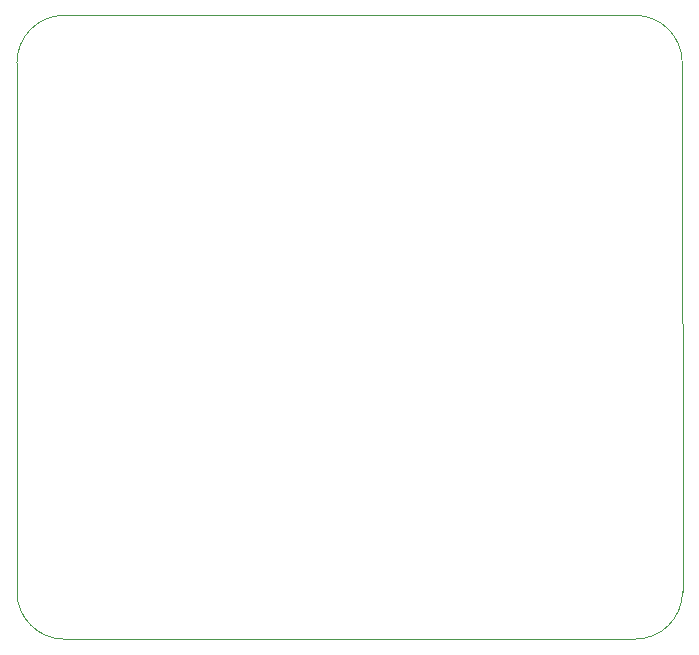
<source format=gbr>
%TF.GenerationSoftware,KiCad,Pcbnew,9.0.1*%
%TF.CreationDate,2025-11-13T19:44:27+01:00*%
%TF.ProjectId,RC thing,52432074-6869-46e6-972e-6b696361645f,rev?*%
%TF.SameCoordinates,Original*%
%TF.FileFunction,Profile,NP*%
%FSLAX46Y46*%
G04 Gerber Fmt 4.6, Leading zero omitted, Abs format (unit mm)*
G04 Created by KiCad (PCBNEW 9.0.1) date 2025-11-13 19:44:27*
%MOMM*%
%LPD*%
G01*
G04 APERTURE LIST*
%TA.AperFunction,Profile*%
%ADD10C,0.050000*%
%TD*%
G04 APERTURE END LIST*
D10*
X111875000Y-45060000D02*
G75*
G02*
X115875000Y-41060000I4000000J0D01*
G01*
X115875000Y-41060000D02*
X164200000Y-41060000D01*
X111875000Y-45060000D02*
X111875000Y-89875000D01*
X168225000Y-88750000D02*
X168225644Y-89875000D01*
X164200000Y-41060000D02*
G75*
G02*
X168200000Y-45060000I0J-4000000D01*
G01*
X168200000Y-45060000D02*
X168225000Y-88750000D01*
X168225000Y-89875000D02*
G75*
G02*
X164225000Y-93875000I-4000000J0D01*
G01*
X161025000Y-93875000D02*
X164225000Y-93875000D01*
X115875000Y-93875000D02*
G75*
G02*
X111875000Y-89875000I0J4000000D01*
G01*
X115875000Y-93875000D02*
X161025000Y-93875000D01*
M02*

</source>
